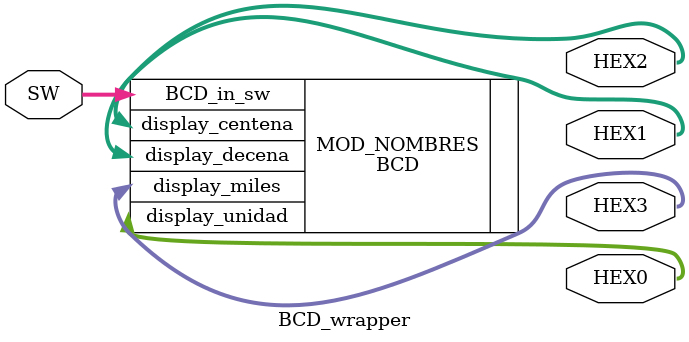
<source format=v>
module BCD_wrapper #(parameter N = 10)
(
	input [9:0] SW,
	output [0:6] HEX0,HEX1,HEX2,HEX3
);

BCD #(.N(N)) MOD_NOMBRES(
	.BCD_in_sw(SW),
	.display_unidad(HEX0),
	.display_decena(HEX1),
	.display_centena(HEX2),
	.display_miles(HEX3)
);

endmodule
</source>
